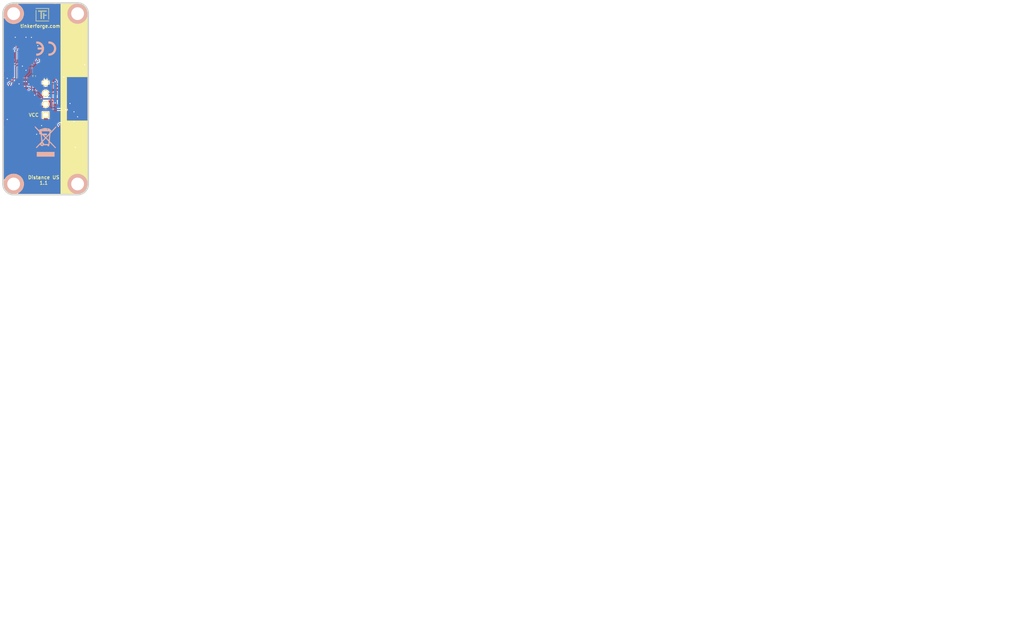
<source format=kicad_pcb>
(kicad_pcb (version 20221018) (generator pcbnew)
  (title_block (title "Distance US Bricklet") (date "Di 01 Sep 2015") (rev "1.1") (company "Tinkerforge GmbH") (comment 1 "Licensed under CERN OHL v.1.1") (comment 2 "Copyright (©) 2015, B.Nordmeyer <bastian@tinkerforge.com>"))
  (layers (0 "F.Cu" mixed "Vorderseite") (31 "B.Cu" signal "Rückseite") (34 "B.Paste" user) (35 "F.Paste" user) (36 "B.SilkS" user "B.Silkscreen") (37 "F.SilkS" user "F.Silkscreen") (38 "B.Mask" user) (39 "F.Mask" user) (44 "Edge.Cuts" user))
  (net 0 "")
  (net 1 "+5V")
  (net 2 "GND")
  (net 3 "Trigger")
  (net 4 "VAA")
  (net 5 "VCC")
  (net 6 "Net-(C5-Pad2)")
  (net 7 "Net-(C6-Pad1)")
  (net 8 "Net-(D1-Pad1)")
  (net 9 "Net-(D1-Pad2)")
  (net 10 "Net-(P1-Pad4)")
  (net 11 "Net-(P1-Pad5)")
  (net 12 "Net-(P1-Pad6)")
  (net 13 "Net-(P1-Pad8)")
  (net 14 "Net-(P1-Pad9)")
  (net 15 "Net-(P2-Pad3)")
  (net 16 "Net-(R2-Pad1)")
  (net 17 "Net-(R4-Pad2)")
  (net 18 "Net-(P1-Pad10)")
  (net 19 "Net-(RP1-Pad2)")
  (net 20 "Net-(RP1-Pad7)")
  (net 21 "Net-(U1-Pad7)")
  (footprint "kicad-libraries:SOD-123" (layer "F.Cu") (at 61.425 46.975 -90)
    (fp_text reference "D1")
    (fp_text value "BAS16H")
    (pad "1" smd rect (at -1.84912 0 270) (size 1.19888 0.70104) (layers "F.Cu" "F.Paste" "F.Mask") (net 8 "Net-(D1-Pad1)") (clearance 0.14986))
    (pad "2" smd rect (at 1.84912 0 270) (size 1.19888 0.70104) (layers "F.Cu" "F.Paste" "F.Mask") (net 9 "Net-(D1-Pad2)") (clearance 0.14986))
  )
  (footprint "kicad-libraries:0603" (layer "F.Cu") (at 50.3 37 90)
    (fp_text reference "L1" (at 0.05 0.225 90) (layer "F.SilkS") (effects (font (size 0.2 0.2) (thickness 0.05))))
    (fp_text value "FB" (at 0.05 -0.375 90) (layer "F.SilkS") (effects (font (size 0.2 0.2) (thickness 0.05))))
    (pad "1" smd rect (at -0.8001 0 90) (size 0.8001 0.8001) (layers "F.Cu" "F.Paste" "F.Mask") (net 1 "+5V"))
    (pad "2" smd rect (at 0.8001 0 90) (size 0.8001 0.8001) (layers "F.Cu" "F.Paste" "F.Mask") (net 4 "VAA"))
  )
  (footprint "kicad-libraries:CON-SENSOR" (layer "F.Cu") (at 43 42.3 -90)
    (fp_text reference "P1")
    (fp_text value "CON-SENSOR")
    (pad "1" smd rect (at -4.50088 -4.7752 270) (size 0.59944 1.5494) (layers "F.Cu" "F.Paste" "F.Mask") (net 1 "+5V"))
    (pad "2" smd rect (at -3.50012 -4.7752 270) (size 0.59944 1.5494) (layers "F.Cu" "F.Paste" "F.Mask") (net 2 "GND"))
    (pad "3" smd rect (at -2.49936 -4.7752 270) (size 0.59944 1.5494) (layers "F.Cu" "F.Paste" "F.Mask") (net 5 "VCC"))
    (pad "4" smd rect (at -1.50114 -4.7752 270) (size 0.59944 1.5494) (layers "F.Cu" "F.Paste" "F.Mask") (net 10 "Net-(P1-Pad4)"))
    (pad "5" smd rect (at -0.50038 -4.7752 270) (size 0.59944 1.5494) (layers "F.Cu" "F.Paste" "F.Mask") (net 11 "Net-(P1-Pad5)"))
    (pad "6" smd rect (at 0.50038 -4.7752 270) (size 0.59944 1.5494) (layers "F.Cu" "F.Paste" "F.Mask") (net 12 "Net-(P1-Pad6)"))
    (pad "7" smd rect (at 1.50114 -4.7752 270) (size 0.59944 1.5494) (layers "F.Cu" "F.Paste" "F.Mask") (net 6 "Net-(C5-Pad2)"))
    (pad "8" smd rect (at 2.49936 -4.7752 270) (size 0.59944 1.5494) (layers "F.Cu" "F.Paste" "F.Mask") (net 13 "Net-(P1-Pad8)"))
    (pad "9" smd rect (at 3.50012 -4.7752 270) (size 0.59944 1.5494) (layers "F.Cu" "F.Paste" "F.Mask") (net 14 "Net-(P1-Pad9)"))
    (pad "10" smd rect (at 4.50088 -4.7752 270) (size 0.59944 1.5494) (layers "F.Cu" "F.Paste" "F.Mask") (net 18 "Net-(P1-Pad10)"))
    (pad "EP" smd rect (at -5.79882 -0.89916 270) (size 1.19888 1.80086) (layers "F.Cu" "F.Paste" "F.Mask") (net 2 "GND"))
    (pad "EP" smd rect (at 5.79882 -0.89916 270) (size 1.19888 1.80086) (layers "F.Cu" "F.Paste" "F.Mask") (net 2 "GND"))
  )
  (footprint "kicad-libraries:pin_array_4x1" (layer "F.Cu") (at 52.9 42.3 90)
    (fp_text reference "P2")
    (fp_text value "CONN_4" hide)
    (pad "1" thru_hole rect (at -3.81 0 90) (size 1.524 1.524) (drill 1.016) (layers "*.Cu" "*.Mask" "F.SilkS") (net 4 "VAA"))
    (pad "2" thru_hole circle (at -1.27 0 90) (size 1.524 1.524) (drill 1.016) (layers "*.Cu" "*.Mask" "F.SilkS") (net 3 "Trigger"))
    (pad "3" thru_hole circle (at 1.27 0 90) (size 1.524 1.524) (drill 1.016) (layers "*.Cu" "*.Mask" "F.SilkS") (net 15 "Net-(P2-Pad3)"))
    (pad "4" thru_hole circle (at 3.81 0 90) (size 1.524 1.524) (drill 1.016) (layers "*.Cu" "*.Mask" "F.SilkS") (net 2 "GND"))
  )
  (footprint "kicad-libraries:SOT23GDS" (layer "F.Cu") (at 49.1 49.6 180)
    (fp_text reference "Q1")
    (fp_text value "2N7002P")
    (pad "D" smd rect (at 0 1.016 180) (size 0.9144 0.9144) (layers "F.Cu" "F.Paste" "F.Mask") (net 3 "Trigger"))
    (pad "G" smd rect (at 0.889 -1.016 180) (size 0.9144 0.9144) (layers "F.Cu" "F.Paste" "F.Mask") (net 14 "Net-(P1-Pad9)"))
    (pad "S" smd rect (at -0.889 -1.016 180) (size 0.9144 0.9144) (layers "F.Cu" "F.Paste" "F.Mask") (net 2 "GND"))
  )
  (footprint "kicad-libraries:SOT23GDS" (layer "F.Cu") (at 58.175 52.675 180)
    (fp_text reference "Q2")
    (fp_text value "2N7002P")
    (pad "D" smd rect (at 0 1.016 180) (size 0.9144 0.9144) (layers "F.Cu" "F.Paste" "F.Mask") (net 7 "Net-(C6-Pad1)"))
    (pad "G" smd rect (at 0.889 -1.016 180) (size 0.9144 0.9144) (layers "F.Cu" "F.Paste" "F.Mask") (net 13 "Net-(P1-Pad8)"))
    (pad "S" smd rect (at -0.889 -1.016 180) (size 0.9144 0.9144) (layers "F.Cu" "F.Paste" "F.Mask") (net 2 "GND"))
  )
  (footprint "kicad-libraries:0603X4" (layer "F.Cu") (at 53.475 51.9 180)
    (fp_text reference "RP1")
    (fp_text value "10k")
    (pad "1" smd rect (at 1.19888 -0.8509 180) (size 0.44958 0.89916) (layers "F.Cu" "F.Paste" "F.Mask") (net 3 "Trigger"))
    (pad "2" smd rect (at 0.39878 -0.8509 180) (size 0.44958 0.89916) (layers "F.Cu" "F.Paste" "F.Mask") (net 19 "Net-(RP1-Pad2)"))
    (pad "3" smd rect (at -0.39878 -0.8509 180) (size 0.44958 0.89916) (layers "F.Cu" "F.Paste" "F.Mask") (net 14 "Net-(P1-Pad9)"))
    (pad "4" smd rect (at -1.19888 -0.8509 180) (size 0.44958 0.89916) (layers "F.Cu" "F.Paste" "F.Mask") (net 13 "Net-(P1-Pad8)"))
    (pad "5" smd rect (at -1.19888 0.8509 180) (size 0.44958 0.89916) (layers "F.Cu" "F.Paste" "F.Mask") (net 5 "VCC"))
    (pad "6" smd rect (at -0.39878 0.8509 180) (size 0.44958 0.89916) (layers "F.Cu" "F.Paste" "F.Mask") (net 5 "VCC"))
    (pad "7" smd rect (at 0.39878 0.8509 180) (size 0.44958 0.89916) (layers "F.Cu" "F.Paste" "F.Mask") (net 20 "Net-(RP1-Pad7)"))
    (pad "8" smd rect (at 1.19888 0.8509 180) (size 0.44958 0.89916) (layers "F.Cu" "F.Paste" "F.Mask") (net 4 "VAA"))
  )
  (footprint "kicad-libraries:SOIC8" (layer "F.Cu") (at 47.675 29.425 180)
    (fp_text reference "U1")
    (fp_text value "M24C64")
    (pad "1" smd rect (at -1.90246 2.69748) (size 0.59944 1.5494) (layers "F.Cu" "F.Paste" "F.Mask") (net 2 "GND"))
    (pad "2" smd rect (at -0.63246 2.69748) (size 0.59944 1.5494) (layers "F.Cu" "F.Paste" "F.Mask") (net 2 "GND"))
    (pad "3" smd rect (at 0.63246 2.69748) (size 0.59944 1.5494) (layers "F.Cu" "F.Paste" "F.Mask") (net 12 "Net-(P1-Pad6)"))
    (pad "4" smd rect (at 1.90246 2.69748) (size 0.59944 1.5494) (layers "F.Cu" "F.Paste" "F.Mask") (net 2 "GND"))
    (pad "5" smd rect (at 1.90246 -2.69748 180) (size 0.59944 1.5494) (layers "F.Cu" "F.Paste" "F.Mask") (net 11 "Net-(P1-Pad5)"))
    (pad "6" smd rect (at 0.63246 -2.69748 180) (size 0.59944 1.5494) (layers "F.Cu" "F.Paste" "F.Mask") (net 10 "Net-(P1-Pad4)"))
    (pad "7" smd rect (at -0.63246 -2.69748 180) (size 0.59944 1.5494) (layers "F.Cu" "F.Paste" "F.Mask") (net 21 "Net-(U1-Pad7)"))
    (pad "8" smd rect (at -1.90246 -2.69748 180) (size 0.59944 1.5494) (layers "F.Cu" "F.Paste" "F.Mask") (net 5 "VCC"))
  )
  (footprint "kicad-libraries:SOIC8" (layer "F.Cu") (at 59.05 38.825 180)
    (fp_text reference "U2")
    (fp_text value "LMV358LI")
    (pad "1" smd rect (at -1.90246 2.69748) (size 0.59944 1.5494) (layers "F.Cu" "F.Paste" "F.Mask") (net 8 "Net-(D1-Pad1)"))
    (pad "2" smd rect (at -0.63246 2.69748) (size 0.59944 1.5494) (layers "F.Cu" "F.Paste" "F.Mask") (net 16 "Net-(R2-Pad1)"))
    (pad "3" smd rect (at 0.63246 2.69748) (size 0.59944 1.5494) (layers "F.Cu" "F.Paste" "F.Mask") (net 17 "Net-(R4-Pad2)"))
    (pad "4" smd rect (at 1.90246 2.69748) (size 0.59944 1.5494) (layers "F.Cu" "F.Paste" "F.Mask") (net 2 "GND"))
    (pad "5" smd rect (at 1.90246 -2.69748 180) (size 0.59944 1.5494) (layers "F.Cu" "F.Paste" "F.Mask") (net 7 "Net-(C6-Pad1)"))
    (pad "6" smd rect (at 0.63246 -2.69748 180) (size 0.59944 1.5494) (layers "F.Cu" "F.Paste" "F.Mask") (net 6 "Net-(C5-Pad2)"))
    (pad "7" smd rect (at -0.63246 -2.69748 180) (size 0.59944 1.5494) (layers "F.Cu" "F.Paste" "F.Mask") (net 6 "Net-(C5-Pad2)"))
    (pad "8" smd rect (at -1.90246 -2.69748 180) (size 0.59944 1.5494) (layers "F.Cu" "F.Paste" "F.Mask") (net 5 "VCC"))
  )
  (footprint "kicad-libraries:DRILL_NP" (layer "F.Cu") (at 60.4 22.3)
    (fp_text reference "U3" hide)
    (fp_text value "DRILL" hide)
    (pad "" np_thru_hole circle (at 0 0) (size 2.99974 2.99974) (drill 2.99974) (layers "*.Cu" "*.Mask" "F.SilkS") (clearance 0.89916))
  )
  (footprint "kicad-libraries:DRILL_NP" (layer "F.Cu") (at 45.4 62.3)
    (fp_text reference "U4" hide)
    (fp_text value "DRILL" hide)
    (pad "" np_thru_hole circle (at 0 0) (size 2.99974 2.99974) (drill 2.99974) (layers "*.Cu" "*.Mask" "F.SilkS") (clearance 0.89916))
  )
  (footprint "kicad-libraries:DRILL_NP" (layer "F.Cu") (at 60.4 62.3)
    (fp_text reference "U5" hide)
    (fp_text value "DRILL" hide)
    (pad "" np_thru_hole circle (at 0 0) (size 2.99974 2.99974) (drill 2.99974) (layers "*.Cu" "*.Mask" "F.SilkS") (clearance 0.89916))
  )
  (footprint "kicad-libraries:DRILL_NP" (layer "F.Cu") (at 45.4 22.3)
    (fp_text reference "U6" hide)
    (fp_text value "DRILL" hide)
    (pad "" np_thru_hole circle (at 0 0) (size 2.99974 2.99974) (drill 2.99974) (layers "*.Cu" "*.Mask" "F.SilkS") (clearance 0.89916))
  )
  (footprint "kicad-libraries:Logo_31x31" (layer "F.Cu") (at 50.55 20.975)
    (fp_text reference "G***" hide)
    (fp_text value "Logo_31x31" hide)
  )
  (footprint "kicad-libraries:Fiducial_Mark" (layer "F.Cu") (at 55.1 21.3)
    (fp_text reference "Fiducial_Mark" hide)
    (fp_text value "VAL**" hide)
    (pad "1" smd circle (at 0 0) (size 1.00076 1.00076) (layers "F.Cu" "F.Paste" "F.Mask") (clearance 0.65024))
  )
  (footprint "kicad-libraries:Fiducial_Mark" (layer "F.Cu") (at 45.4 57.3)
    (fp_text reference "Fiducial_Mark" hide)
    (fp_text value "VAL**" hide)
    (pad "1" smd circle (at 0 0) (size 1.00076 1.00076) (layers "F.Cu" "F.Paste" "F.Mask") (clearance 0.65024))
  )
  (footprint "kicad-libraries:C0603" (layer "F.Cu") (at 50.3 39.9 90)
    (fp_text reference "C1")
    (fp_text value "100nF")
    (pad "1" smd rect (at -0.8001 0 90) (size 0.8001 0.8001) (layers "F.Cu" "F.Paste" "F.Mask") (net 2 "GND"))
    (pad "2" smd rect (at 0.8001 0 90) (size 0.8001 0.8001) (layers "F.Cu" "F.Paste" "F.Mask") (net 1 "+5V"))
  )
  (footprint "kicad-libraries:C0805" (layer "F.Cu") (at 49.3 34.625 180)
    (fp_text reference "C2")
    (fp_text value "2.2uF 10V")
    (pad "1" smd rect (at -1.00076 0 180) (size 1.00076 1.24968) (layers "F.Cu" "F.Paste" "F.Mask") (net 4 "VAA") (clearance 0.14986))
    (pad "2" smd rect (at 1.00076 0 180) (size 1.00076 1.24968) (layers "F.Cu" "F.Paste" "F.Mask") (net 2 "GND") (clearance 0.14986))
  )
  (footprint "kicad-libraries:C0603" (layer "F.Cu") (at 51.05 31.35 90)
    (fp_text reference "C3")
    (fp_text value "100nF")
    (pad "1" smd rect (at -0.8001 0 90) (size 0.8001 0.8001) (layers "F.Cu" "F.Paste" "F.Mask") (net 5 "VCC"))
    (pad "2" smd rect (at 0.8001 0 90) (size 0.8001 0.8001) (layers "F.Cu" "F.Paste" "F.Mask") (net 2 "GND"))
  )
  (footprint "kicad-libraries:C0603" (layer "F.Cu") (at 53.5 48.575)
    (fp_text reference "C7")
    (fp_text value "100nF")
    (pad "1" smd rect (at -0.8001 0) (size 0.8001 0.8001) (layers "F.Cu" "F.Paste" "F.Mask") (net 2 "GND"))
    (pad "2" smd rect (at 0.8001 0) (size 0.8001 0.8001) (layers "F.Cu" "F.Paste" "F.Mask") (net 4 "VAA"))
  )
  (footprint "kicad-libraries:R0603" (layer "F.Cu") (at 58.775 48.825)
    (fp_text reference "R1")
    (fp_text value "160k")
    (pad "1" smd rect (at -0.8001 0) (size 0.8001 0.8001) (layers "F.Cu" "F.Paste" "F.Mask") (net 7 "Net-(C6-Pad1)"))
    (pad "2" smd rect (at 0.8001 0) (size 0.8001 0.8001) (layers "F.Cu" "F.Paste" "F.Mask") (net 9 "Net-(D1-Pad2)"))
  )
  (footprint "kicad-libraries:R0603" (layer "F.Cu") (at 57.55 34.3 180)
    (fp_text reference "R2")
    (fp_text value "10k")
    (pad "1" smd rect (at -0.8001 0 180) (size 0.8001 0.8001) (layers "F.Cu" "F.Paste" "F.Mask") (net 16 "Net-(R2-Pad1)"))
    (pad "2" smd rect (at 0.8001 0 180) (size 0.8001 0.8001) (layers "F.Cu" "F.Paste" "F.Mask") (net 4 "VAA"))
  )
  (footprint "kicad-libraries:R0603" (layer "F.Cu") (at 60.525 34.3 180)
    (fp_text reference "R3")
    (fp_text value "10k")
    (pad "1" smd rect (at -0.8001 0 180) (size 0.8001 0.8001) (layers "F.Cu" "F.Paste" "F.Mask") (net 2 "GND"))
    (pad "2" smd rect (at 0.8001 0 180) (size 0.8001 0.8001) (layers "F.Cu" "F.Paste" "F.Mask") (net 16 "Net-(R2-Pad1)"))
  )
  (footprint "kicad-libraries:R0603" (layer "F.Cu") (at 55.225 40.225 90)
    (fp_text reference "R4")
    (fp_text value "10k")
    (pad "1" smd rect (at -0.8001 0 90) (size 0.8001 0.8001) (layers "F.Cu" "F.Paste" "F.Mask") (net 15 "Net-(P2-Pad3)"))
    (pad "2" smd rect (at 0.8001 0 90) (size 0.8001 0.8001) (layers "F.Cu" "F.Paste" "F.Mask") (net 17 "Net-(R4-Pad2)"))
  )
  (footprint "kicad-libraries:C0603" (layer "F.Cu") (at 50.3 43 -90)
    (fp_text reference "C5")
    (fp_text value "100nF")
    (pad "1" smd rect (at -0.8001 0 270) (size 0.8001 0.8001) (layers "F.Cu" "F.Paste" "F.Mask") (net 2 "GND"))
    (pad "2" smd rect (at 0.8001 0 270) (size 0.8001 0.8001) (layers "F.Cu" "F.Paste" "F.Mask") (net 6 "Net-(C5-Pad2)"))
  )
  (footprint "kicad-libraries:C0603" (layer "F.Cu") (at 60.125 43.4)
    (fp_text reference "C4")
    (fp_text value "100nF")
    (pad "1" smd rect (at -0.8001 0) (size 0.8001 0.8001) (layers "F.Cu" "F.Paste" "F.Mask") (net 2 "GND"))
    (pad "2" smd rect (at 0.8001 0) (size 0.8001 0.8001) (layers "F.Cu" "F.Paste" "F.Mask") (net 5 "VCC"))
  )
  (footprint "kicad-libraries:C1206" (layer "F.Cu") (at 58.05 46.5)
    (fp_text reference "C6")
    (fp_text value "0,1µF NP0")
    (pad "1" smd rect (at -1.50114 0) (size 1.00076 1.6002) (layers "F.Cu" "F.Paste" "F.Mask") (net 7 "Net-(C6-Pad1)"))
    (pad "2" smd rect (at 1.50114 0) (size 1.00076 1.6002) (layers "F.Cu" "F.Paste" "F.Mask") (net 2 "GND"))
  )
  (footprint "kicad-libraries:distanceUS_overlay" (layer "F.Cu") (at 52.9 42.3 90)
    (fp_text reference "P2")
    (fp_text value "CONN_4" hide)
  )
  (footprint "kicad-libraries:WEEE_7mm" (layer "B.Cu") (at 52.9 52.3 180)
    (fp_text reference "VAL" hide)
    (fp_text value "WEEE_7mm_back" hide)
  )
  (footprint "kicad-libraries:CE_5mm" (layer "B.Cu") (at 53 30.5 180)
    (fp_text reference "VAL" hide)
    (fp_text value "CE_5mm" hide)
  )
  (gr_arc (start 60.4 19.8) (mid 62.167767 20.532233) (end 62.9 22.3) (stroke (width 0.381)) (layer "Edge.Cuts"))
  (gr_arc (start 45.4 64.8) (mid 43.632233 64.067767) (end 42.9 62.3) (stroke (width 0.381)) (layer "Edge.Cuts"))
  (gr_line (start 62.9 22.3) (end 62.9 62.3) (stroke (width 0.381)) (layer "Edge.Cuts"))
  (gr_line (start 60.4 19.8) (end 45.4 19.8) (stroke (width 0.381)) (layer "Edge.Cuts"))
  (gr_arc (start 62.9 62.3) (mid 62.167767 64.067767) (end 60.4 64.8) (stroke (width 0.381)) (layer "Edge.Cuts"))
  (gr_arc (start 42.9 22.3) (mid 43.632233 20.532233) (end 45.4 19.8) (stroke (width 0.381)) (layer "Edge.Cuts"))
  (gr_line (start 60.4 64.8) (end 45.4 64.8) (stroke (width 0.381)) (layer "Edge.Cuts"))
  (gr_line (start 42.9 62.3) (end 42.9 22.3) (stroke (width 0.381)) (layer "Edge.Cuts"))
  (gr_text "tinkerforge.com" (at 51.65 25.225) (layer "F.SilkS") (effects (font (size 0.8 0.8))))
  (gr_text "VCC" (at 50.1 46.1) (layer "F.SilkS") (effects (font (size 0.8 0.8))))
  (gr_text "Distance US\n1.1" (at 52.45 61.4) (layer "F.SilkS") (effects (font (size 0.8 0.8))))
  (segment (start 50.29902 37.79912) (end 50.3 37.8001) (width 0.8001) (layer "F.Cu") (net 1))
  (segment (start 47.7752 37.79912) (end 50.29902 37.79912) (width 0.59944) (layer "F.Cu") (net 1))
  (segment (start 50.3 39.0999) (end 50.3 37.8001) (width 0.8001) (layer "F.Cu") (net 1))
  (segment (start 50.791 50.616) (end 50.8 50.625) (width 0.8001) (layer "F.Cu") (net 2))
  (segment (start 59.55114 45.35114) (end 59.55 45.35) (width 0.8001) (layer "F.Cu") (net 2))
  (segment (start 60.375 46.5) (end 60.4 46.525) (width 0.8001) (layer "F.Cu") (net 2))
  (segment (start 59.55114 47.64886) (end 59.55 47.65) (width 0.8001) (layer "F.Cu") (net 2))
  (segment (start 59.866 53.691) (end 59.875 53.7) (width 0.8001) (layer "F.Cu") (net 2))
  (segment (start 46.67512 38.79988) (end 46.675 38.8) (width 0.8001) (layer "F.Cu") (net 2))
  (segment (start 48.94988 38.79988) (end 48.95 38.8) (width 0.8001) (layer "F.Cu") (net 2))
  (segment (start 49.57746 27.87254) (end 49.575 27.875) (width 0.29972) (layer "F.Cu") (net 2))
  (segment (start 48.30746 27.84254) (end 48.3 27.85) (width 0.29972) (layer "F.Cu") (net 2))
  (segment (start 45.77254 27.84754) (end 45.775 27.85) (width 0.29972) (layer "F.Cu") (net 2))
  (segment (start 57.14754 37.19754) (end 57.15 37.2) (width 0.59944) (layer "F.Cu") (net 2))
  (segment (start 43.9 47.15) (end 43.89916 47.15084) (width 0.29972) (layer "F.Cu") (net 2))
  (segment (start 43.89916 47.15084) (end 43.89916 48.09882) (width 0.29972) (layer "F.Cu") (net 2))
  (segment (start 43.9 37.475) (end 43.89916 37.47416) (width 0.29972) (layer "F.Cu") (net 2))
  (segment (start 43.89916 37.47416) (end 43.89916 36.50118) (width 0.29972) (layer "F.Cu") (net 2))
  (segment (start 48.29924 35.59924) (end 48.3 35.6) (width 0.8001) (layer "F.Cu") (net 2))
  (segment (start 59.866 53.691) (end 59.064 53.691) (width 0.8001) (layer "F.Cu") (net 2))
  (segment (start 59.55114 46.5) (end 59.55114 45.35114) (width 0.8001) (layer "F.Cu") (net 2))
  (segment (start 49.57746 27.87254) (end 49.57746 26.72752) (width 0.29972) (layer "F.Cu") (net 2))
  (segment (start 50.3 41.45) (end 50.3 40.7001) (width 0.8001) (layer "F.Cu") (net 2))
  (segment (start 51.95 48.575) (end 52.6999 48.575) (width 0.8001) (layer "F.Cu") (net 2))
  (segment (start 62.05 34.3) (end 61.3251 34.3) (width 0.59944) (layer "F.Cu") (net 2))
  (segment (start 50.791 50.616) (end 49.989 50.616) (width 0.8001) (layer "F.Cu") (net 2))
  (segment (start 51.05 29.8) (end 51.05 30.5499) (width 0.29972) (layer "F.Cu") (net 2))
  (segment (start 57.14754 36.12752) (end 57.14754 37.19754) (width 0.59944) (layer "F.Cu") (net 2))
  (segment (start 58.625 43.4) (end 59.3249 43.4) (width 0.59944) (layer "F.Cu") (net 2))
  (segment (start 47.7752 38.79988) (end 46.67512 38.79988) (width 0.8001) (layer "F.Cu") (net 2))
  (segment (start 48.30746 27.84254) (end 48.30746 26.72752) (width 0.29972) (layer "F.Cu") (net 2))
  (segment (start 47.7752 38.79988) (end 48.94988 38.79988) (width 0.8001) (layer "F.Cu") (net 2))
  (segment (start 48.29924 34.625) (end 47.45 34.625) (width 0.8001) (layer "F.Cu") (net 2))
  (segment (start 48.29924 35.59924) (end 48.29924 34.625) (width 0.8001) (layer "F.Cu") (net 2))
  (segment (start 59.55114 46.5) (end 59.55114 47.64886) (width 0.8001) (layer "F.Cu") (net 2))
  (segment (start 59.55114 46.5) (end 60.375 46.5) (width 0.8001) (layer "F.Cu") (net 2))
  (segment (start 45.77254 27.84754) (end 45.77254 26.72752) (width 0.29972) (layer "F.Cu") (net 2))
  (segment (start 50.3 42.1999) (end 50.3 41.45) (width 0.8001) (layer "F.Cu") (net 2))
  (via (at 59.875 53.7) (size 0.70104) (drill 0.24892) (layers "F.Cu" "B.Cu") (net 2))
  (via (at 59.55 45.35) (size 0.70104) (drill 0.24892) (layers "F.Cu" "B.Cu") (net 2))
  (via (at 45.775 27.85) (size 0.70104) (drill 0.24892) (layers "F.Cu" "B.Cu") (net 2))
  (via (at 50.8 50.625) (size 0.70104) (drill 0.24892) (layers "F.Cu" "B.Cu") (net 2))
  (via (at 48.95 38.8) (size 0.70104) (drill 0.24892) (layers "F.Cu" "B.Cu") (net 2))
  (via (at 49.575 27.875) (size 0.70104) (drill 0.24892) (layers "F.Cu" "B.Cu") (net 2))
  (via (at 43.9 47.15) (size 0.70104) (drill 0.24892) (layers "F.Cu" "B.Cu") (net 2))
  (via (at 58.625 43.4) (size 0.70104) (drill 0.24892) (layers "F.Cu" "B.Cu") (net 2))
  (via (at 46.675 38.8) (size 0.70104) (drill 0.24892) (layers "F.Cu" "B.Cu") (net 2))
  (via (at 57.15 37.2) (size 0.70104) (drill 0.24892) (layers "F.Cu" "B.Cu") (net 2))
  (via (at 50.3 41.45) (size 0.70104) (drill 0.24892) (layers "F.Cu" "B.Cu") (net 2))
  (via (at 59.55 47.65) (size 0.70104) (drill 0.24892) (layers "F.Cu" "B.Cu") (net 2))
  (via (at 51.95 48.575) (size 0.70104) (drill 0.24892) (layers "F.Cu" "B.Cu") (net 2))
  (via (at 60.4 46.525) (size 0.70104) (drill 0.24892) (layers "F.Cu" "B.Cu") (net 2))
  (via (at 48.3 27.85) (size 0.70104) (drill 0.24892) (layers "F.Cu" "B.Cu") (net 2))
  (via (at 47.45 34.625) (size 0.70104) (drill 0.24892) (layers "F.Cu" "B.Cu") (net 2))
  (via (at 51.05 29.8) (size 0.70104) (drill 0.24892) (layers "F.Cu" "B.Cu") (net 2))
  (via (at 48.3 35.6) (size 0.70104) (drill 0.24892) (layers "F.Cu" "B.Cu") (net 2))
  (via (at 43.9 37.475) (size 0.70104) (drill 0.24892) (layers "F.Cu" "B.Cu") (net 2))
  (via (at 62.05 34.3) (size 0.70104) (drill 0.24892) (layers "F.Cu" "B.Cu") (net 2))
  (segment (start 59.55 53.375) (end 59.875 53.7) (width 0.29972) (layer "B.Cu") (net 2))
  (segment (start 53.875 53.7) (end 50.8 50.625) (width 0.29972) (layer "B.Cu") (net 2))
  (segment (start 50.8 49.725) (end 51.95 48.575) (width 0.29972) (layer "B.Cu") (net 2))
  (segment (start 45.325 48.575) (end 43.9 47.15) (width 0.29972) (layer "B.Cu") (net 2))
  (segment (start 43.9 39.7) (end 43.725 39.525) (width 0.29972) (layer "B.Cu") (net 2))
  (segment (start 43.725 39.525) (end 43.725 37.65) (width 0.29972) (layer "B.Cu") (net 2))
  (segment (start 43.725 37.65) (end 43.9 37.475) (width 0.29972) (layer "B.Cu") (net 2))
  (segment (start 45.975 38.8) (end 45.05 39.725) (width 0.29972) (layer "B.Cu") (net 2))
  (segment (start 45.05 39.725) (end 43.9 39.725) (width 0.29972) (layer "B.Cu") (net 2))
  (segment (start 43.9 39.725) (end 43.9 39.7) (width 0.29972) (layer "B.Cu") (net 2))
  (segment (start 43.9 35.825) (end 44.775 34.95) (width 0.29972) (layer "B.Cu") (net 2))
  (segment (start 44.775 34.95) (end 44.775 28.85) (width 0.29972) (layer "B.Cu") (net 2))
  (segment (start 44.775 28.85) (end 45.775 27.85) (width 0.29972) (layer "B.Cu") (net 2))
  (segment (start 49.55 27.85) (end 49.575 27.875) (width 0.29972) (layer "B.Cu") (net 2))
  (segment (start 49.575 28.325) (end 51.05 29.8) (width 0.29972) (layer "B.Cu") (net 2))
  (segment (start 53 29.8) (end 57.5 34.3) (width 0.29972) (layer "B.Cu") (net 2))
  (segment (start 57.5 34.3) (end 57.525 34.3) (width 0.29972) (layer "B.Cu") (net 2))
  (segment (start 57.15 34.675) (end 57.525 34.3) (width 0.29972) (layer "B.Cu") (net 2))
  (segment (start 57.525 34.3) (end 62.05 34.3) (width 0.29972) (layer "B.Cu") (net 2))
  (segment (start 57.15 41.925) (end 58.625 43.4) (width 0.29972) (layer "B.Cu") (net 2))
  (segment (start 59.55 44.325) (end 58.625 43.4) (width 0.29972) (layer "B.Cu") (net 2))
  (segment (start 52.9 36.825) (end 53.775 35.95) (width 0.29972) (layer "B.Cu") (net 2))
  (segment (start 53.775 35.95) (end 55.9 35.95) (width 0.29972) (layer "B.Cu") (net 2))
  (segment (start 55.9 35.95) (end 57.15 37.2) (width 0.29972) (layer "B.Cu") (net 2))
  (segment (start 48.325 41.45) (end 46.675 39.8) (width 0.29972) (layer "B.Cu") (net 2))
  (segment (start 46.675 39.8) (end 46.675 38.8) (width 0.29972) (layer "B.Cu") (net 2))
  (segment (start 46.675 37.225) (end 48.3 35.6) (width 0.29972) (layer "B.Cu") (net 2))
  (segment (start 59.875 53.7) (end 53.875 53.7) (width 0.29972) (layer "B.Cu") (net 2))
  (segment (start 59.55 47.65) (end 59.55 53.375) (width 0.29972) (layer "B.Cu") (net 2))
  (segment (start 51.95 48.575) (end 45.325 48.575) (width 0.29972) (layer "B.Cu") (net 2))
  (segment (start 45.775 27.85) (end 48.3 27.85) (width 0.29972) (layer "B.Cu") (net 2))
  (segment (start 43.9 37.475) (end 43.9 35.825) (width 0.29972) (layer "B.Cu") (net 2))
  (segment (start 50.3 41.45) (end 48.325 41.45) (width 0.29972) (layer "B.Cu") (net 2))
  (segment (start 46.675 38.8) (end 46.675 37.225) (width 0.29972) (layer "B.Cu") (net 2))
  (segment (start 57.15 37.2) (end 57.15 41.925) (width 0.29972) (layer "B.Cu") (net 2))
  (segment (start 52.9 38.49) (end 52.9 36.825) (width 0.29972) (layer "B.Cu") (net 2))
  (segment (start 57.15 37.2) (end 57.15 34.675) (width 0.29972) (layer "B.Cu") (net 2))
  (segment (start 59.55 45.35) (end 59.55 44.325) (width 0.29972) (layer "B.Cu") (net 2))
  (segment (start 49.575 27.875) (end 49.575 28.325) (width 0.29972) (layer "B.Cu") (net 2))
  (segment (start 46.675 38.8) (end 45.975 38.8) (width 0.29972) (layer "B.Cu") (net 2))
  (segment (start 51.05 29.8) (end 53 29.8) (width 0.29972) (layer "B.Cu") (net 2))
  (segment (start 50.8 50.625) (end 50.8 49.725) (width 0.29972) (layer "B.Cu") (net 2))
  (segment (start 43.9 47.15) (end 43.9 39.725) (width 0.29972) (layer "B.Cu") (net 2))
  (segment (start 48.3 27.85) (end 49.55 27.85) (width 0.29972) (layer "B.Cu") (net 2))
  (segment (start 52.655 43.57) (end 49.1 47.125) (width 0.29972) (layer "F.Cu") (net 3))
  (segment (start 49.1 47.125) (end 49.1 48.584) (width 0.29972) (layer "F.Cu") (net 3))
  (segment (start 49.075 48.609) (end 49.1 48.584) (width 0.29972) (layer "F.Cu") (net 3))
  (segment (start 50.2259 52.7509) (end 49.1 51.625) (width 0.29972) (layer "F.Cu") (net 3))
  (segment (start 49.1 51.625) (end 49.1 48.584) (width 0.29972) (layer "F.Cu") (net 3))
  (segment (start 52.9 43.57) (end 52.655 43.57) (width 0.29972) (layer "F.Cu") (net 3))
  (segment (start 52.27612 52.7509) (end 50.2259 52.7509) (width 0.29972) (layer "F.Cu") (net 3))
  (segment (start 52.6999 46.3101) (end 52.9 46.11) (width 0.8001) (layer "F.Cu") (net 4))
  (segment (start 54.875 48.575) (end 55.15 48.3) (width 0.8001) (layer "F.Cu") (net 4))
  (segment (start 55.15 48.3) (end 55.15 43.25) (width 0.8001) (layer "F.Cu") (net 4))
  (segment (start 55.15 38.275) (end 51.5 34.625) (width 0.8001) (layer "F.Cu") (net 4))
  (segment (start 50.2999 36.2) (end 50.3 36.1999) (width 0.8001) (layer "F.Cu") (net 4))
  (segment (start 54.3001 48.4251) (end 52.9 47.025) (width 0.8001) (layer "F.Cu") (net 4))
  (segment (start 52.9 47.025) (end 52.9 46.11) (width 0.8001) (layer "F.Cu") (net 4))
  (segment (start 51.575 34.3) (end 51.375 34.5) (width 0.59944) (layer "F.Cu") (net 4))
  (segment (start 52.27612 50.22388) (end 52.7 49.8) (width 0.29972) (layer "F.Cu") (net 4))
  (segment (start 52.7 49.8) (end 53.85 49.8) (width 0.29972) (layer "F.Cu") (net 4))
  (segment (start 53.85 49.8) (end 54.3001 49.3499) (width 0.29972) (layer "F.Cu") (net 4))
  (segment (start 54.3001 49.3499) (end 54.3001 48.575) (width 0.29972) (layer "F.Cu") (net 4))
  (segment (start 50.3 34.62576) (end 50.30076 34.625) (width 0.8001) (layer "F.Cu") (net 4))
  (segment (start 51.5 34.625) (end 51.375 34.5) (width 0.8001) (layer "F.Cu") (net 4))
  (segment (start 52.27612 51.0491) (end 52.27612 50.22388) (width 0.29972) (layer "F.Cu") (net 4))
  (segment (start 56.7499 34.3) (end 51.575 34.3) (width 0.59944) (layer "F.Cu") (net 4))
  (segment (start 54.3001 48.575) (end 54.875 48.575) (width 0.8001) (layer "F.Cu") (net 4))
  (segment (start 51.5 34.625) (end 50.30076 34.625) (width 0.8001) (layer "F.Cu") (net 4))
  (segment (start 54.3001 48.575) (end 54.3001 48.4251) (width 0.8001) (layer "F.Cu") (net 4))
  (segment (start 52.9 46.11) (end 52.9 46.65) (width 0.8001) (layer "F.Cu") (net 4))
  (segment (start 50.3 36.1999) (end 50.3 34.62576) (width 0.8001) (layer "F.Cu") (net 4))
  (via (at 55.15 38.275) (size 0.70104) (drill 0.24892) (layers "F.Cu" "B.Cu") (net 4))
  (via (at 55.15 43.25) (size 0.70104) (drill 0.24892) (layers "F.Cu" "B.Cu") (net 4))
  (segment (start 55.15 43.25) (end 55.15 38.275) (width 0.8001) (layer "B.Cu") (net 4))
  (segment (start 60.9251 41.54984) (end 60.95246 41.52248) (width 0.29972) (layer "F.Cu") (net 5))
  (segment (start 48.97436 39.80064) (end 48.975 39.8) (width 0.59944) (layer "F.Cu") (net 5))
  (segment (start 60.9251 43.8999) (end 60.375 44.45) (width 0.29972) (layer "F.Cu") (net 5))
  (segment (start 60.375 44.45) (end 57.9 44.45) (width 0.29972) (layer "F.Cu") (net 5))
  (segment (start 57.9 44.45) (end 57.55 44.8) (width 0.29972) (layer "F.Cu") (net 5))
  (segment (start 51.05 33.35) (end 51.05 32.1501) (width 0.29972) (layer "F.Cu") (net 5))
  (segment (start 49.60508 32.1501) (end 49.57746 32.12248) (width 0.29972) (layer "F.Cu") (net 5))
  (segment (start 55.3259 51.0491) (end 56.2 50.175) (width 0.29972) (layer "F.Cu") (net 5))
  (segment (start 56.2 50.175) (end 56.2 48.4) (width 0.29972) (layer "F.Cu") (net 5))
  (segment (start 60.9251 43.4) (end 60.9251 43.8999) (width 0.29972) (layer "F.Cu") (net 5))
  (segment (start 48.97436 39.80064) (end 47.7752 39.80064) (width 0.59944) (layer "F.Cu") (net 5))
  (segment (start 54.67388 51.0491) (end 55.3259 51.0491) (width 0.29972) (layer "F.Cu") (net 5))
  (segment (start 60.9251 43.4) (end 60.9251 41.54984) (width 0.29972) (layer "F.Cu") (net 5))
  (segment (start 51.05 32.1501) (end 49.60508 32.1501) (width 0.29972) (layer "F.Cu") (net 5))
  (segment (start 53.87378 51.0491) (end 54.67388 51.0491) (width 0.29972) (layer "F.Cu") (net 5))
  (via (at 56.2 48.4) (size 0.70104) (drill 0.24892) (layers "F.Cu" "B.Cu") (net 5))
  (via (at 48.975 39.8) (size 0.70104) (drill 0.24892) (layers "F.Cu" "B.Cu") (net 5))
  (via (at 51.05 33.35) (size 0.70104) (drill 0.24892) (layers "F.Cu" "B.Cu") (net 5))
  (via (at 57.55 44.8) (size 0.70104) (drill 0.24892) (layers "F.Cu" "B.Cu") (net 5))
  (segment (start 49.775 39.8) (end 52.275 42.3) (width 0.29972) (layer "B.Cu") (net 5))
  (segment (start 52.275 42.3) (end 53.8 42.3) (width 0.29972) (layer "B.Cu") (net 5))
  (segment (start 53.8 42.3) (end 54.25 42.75) (width 0.29972) (layer "B.Cu") (net 5))
  (segment (start 54.25 42.75) (end 54.25 43.975) (width 0.29972) (layer "B.Cu") (net 5))
  (segment (start 54.25 43.975) (end 55.075 44.8) (width 0.29972) (layer "B.Cu") (net 5))
  (segment (start 55.075 44.8) (end 57.55 44.8) (width 0.29972) (layer "B.Cu") (net 5))
  (segment (start 48.75 39.8) (end 48.125 39.175) (width 0.29972) (layer "B.Cu") (net 5))
  (segment (start 48.125 39.175) (end 48.125 37.4) (width 0.29972) (layer "B.Cu") (net 5))
  (segment (start 48.125 37.4) (end 49.4 36.125) (width 0.29972) (layer "B.Cu") (net 5))
  (segment (start 49.4 36.125) (end 49.4 35) (width 0.29972) (layer "B.Cu") (net 5))
  (segment (start 49.4 35) (end 51.05 33.35) (width 0.29972) (layer "B.Cu") (net 5))
  (segment (start 56.2 48.4) (end 57.55 47.05) (width 0.29972) (layer "B.Cu") (net 5))
  (segment (start 57.55 47.05) (end 57.55 44.8) (width 0.29972) (layer "B.Cu") (net 5))
  (segment (start 48.975 39.8) (end 49.775 39.8) (width 0.29972) (layer "B.Cu") (net 5))
  (segment (start 48.975 39.8) (end 48.75 39.8) (width 0.29972) (layer "B.Cu") (net 5))
  (segment (start 58.41754 40.59254) (end 57.925 40.1) (width 0.29972) (layer "F.Cu") (net 6))
  (segment (start 57.925 40.1) (end 56.9 40.1) (width 0.29972) (layer "F.Cu") (net 6))
  (segment (start 56.9 40.1) (end 56.325 40.675) (width 0.29972) (layer "F.Cu") (net 6))
  (segment (start 56.325 40.675) (end 56.325 41.725) (width 0.29972) (layer "F.Cu") (net 6))
  (segment (start 56.325 41.725) (end 55.7 42.35) (width 0.29972) (layer "F.Cu") (net 6))
  (segment (start 55.7 42.35) (end 52.125 42.35) (width 0.29972) (layer "F.Cu") (net 6))
  (segment (start 52.125 42.35) (end 50.6749 43.8001) (width 0.29972) (layer "F.Cu") (net 6))
  (segment (start 50.6749 43.8001) (end 50.25 43.8001) (width 0.29972) (layer "F.Cu") (net 6))
  (segment (start 47.77624 43.8001) (end 47.7752 43.80114) (width 0.29972) (layer "F.Cu") (net 6))
  (segment (start 58.41754 41.52248) (end 59.68246 41.52248) (width 0.29972) (layer "F.Cu") (net 6))
  (segment (start 58.41754 41.52248) (end 58.41754 40.59254) (width 0.29972) (layer "F.Cu") (net 6))
  (segment (start 50.25 43.8001) (end 47.77624 43.8001) (width 0.29972) (layer "F.Cu") (net 6))
  (segment (start 57.7 48.825) (end 56.54886 47.67386) (width 0.29972) (layer "F.Cu") (net 7))
  (segment (start 56.54886 47.67386) (end 56.54886 46.5) (width 0.29972) (layer "F.Cu") (net 7))
  (segment (start 56.54886 44.50114) (end 57.14754 43.90246) (width 0.29972) (layer "F.Cu") (net 7))
  (segment (start 57.14754 43.90246) (end 57.14754 41.52248) (width 0.29972) (layer "F.Cu") (net 7))
  (segment (start 57.9749 51.4589) (end 58.175 51.659) (width 0.29972) (layer "F.Cu") (net 7))
  (segment (start 57.9749 48.825) (end 57.9749 51.4589) (width 0.29972) (layer "F.Cu") (net 7))
  (segment (start 57.9749 48.825) (end 57.7 48.825) (width 0.29972) (layer "F.Cu") (net 7))
  (segment (start 56.54886 46.5) (end 56.54886 44.50114) (width 0.29972) (layer "F.Cu") (net 7))
  (segment (start 60.95246 37.42746) (end 62.15 38.625) (width 0.29972) (layer "F.Cu") (net 8))
  (segment (start 62.15 38.625) (end 62.15 43.775) (width 0.29972) (layer "F.Cu") (net 8))
  (segment (start 61.425 44.5) (end 62.15 43.775) (width 0.29972) (layer "F.Cu") (net 8))
  (segment (start 60.95246 36.12752) (end 60.95246 37.42746) (width 0.29972) (layer "F.Cu") (net 8))
  (segment (start 61.425 45.12588) (end 61.425 44.5) (width 0.29972) (layer "F.Cu") (net 8))
  (segment (start 59.57598 48.82412) (end 59.5751 48.825) (width 0.29972) (layer "F.Cu") (net 9))
  (segment (start 61.425 48.82412) (end 59.57598 48.82412) (width 0.29972) (layer "F.Cu") (net 9))
  (segment (start 46.32386 40.79886) (end 45.9 40.375) (width 0.29972) (layer "F.Cu") (net 10))
  (segment (start 45.9 40.375) (end 45.9 34.75) (width 0.29972) (layer "F.Cu") (net 10))
  (segment (start 45.9 34.75) (end 47.04254 33.60746) (width 0.29972) (layer "F.Cu") (net 10))
  (segment (start 47.04254 33.60746) (end 47.04254 32.12248) (width 0.29972) (layer "F.Cu") (net 10))
  (segment (start 47.7752 40.79886) (end 46.32386 40.79886) (width 0.29972) (layer "F.Cu") (net 10))
  (segment (start 45.77462 41.79962) (end 45.25 41.275) (width 0.29972) (layer "F.Cu") (net 11))
  (segment (start 45.25 41.275) (end 45.25 34.075) (width 0.29972) (layer "F.Cu") (net 11))
  (segment (start 45.25 34.075) (end 45.77254 33.55246) (width 0.29972) (layer "F.Cu") (net 11))
  (segment (start 45.77254 33.55246) (end 45.77254 32.12248) (width 0.29972) (layer "F.Cu") (net 11))
  (segment (start 47.7752 41.79962) (end 45.77462 41.79962) (width 0.29972) (layer "F.Cu") (net 11))
  (segment (start 45.70038 42.80038) (end 44.45 41.55) (width 0.29972) (layer "F.Cu") (net 12))
  (segment (start 44.45 41.55) (end 44.45 38.75) (width 0.29972) (layer "F.Cu") (net 12))
  (segment (start 45.925 30.6) (end 47.04254 29.48246) (width 0.29972) (layer "F.Cu") (net 12))
  (segment (start 47.04254 29.48246) (end 47.04254 26.72752) (width 0.29972) (layer "F.Cu") (net 12))
  (segment (start 47.7752 42.80038) (end 45.70038 42.80038) (width 0.29972) (layer "F.Cu") (net 12))
  (via (at 44.45 38.75) (size 0.70104) (drill 0.24892) (layers "F.Cu" "B.Cu") (net 12))
  (via (at 45.925 30.6) (size 0.70104) (drill 0.24892) (layers "F.Cu" "B.Cu") (net 12))
  (segment (start 44.45 38.75) (end 45.925 37.275) (width 0.29972) (layer "B.Cu") (net 12))
  (segment (start 45.925 37.275) (end 45.925 30.6) (width 0.29972) (layer "B.Cu") (net 12))
  (segment (start 56.216 53.691) (end 55.2759 52.7509) (width 0.29972) (layer "F.Cu") (net 13))
  (segment (start 55.2759 52.7509) (end 54.67388 52.7509) (width 0.29972) (layer "F.Cu") (net 13))
  (segment (start 54.67388 54.15112) (end 53.75 55.075) (width 0.29972) (layer "F.Cu") (net 13))
  (segment (start 53.75 55.075) (end 49.125 55.075) (width 0.29972) (layer "F.Cu") (net 13))
  (segment (start 49.125 55.075) (end 45.675 51.625) (width 0.29972) (layer "F.Cu") (net 13))
  (segment (start 45.675 51.625) (end 45.675 45.65) (width 0.29972) (layer "F.Cu") (net 13))
  (segment (start 45.675 45.65) (end 46.52564 44.79936) (width 0.29972) (layer "F.Cu") (net 13))
  (segment (start 46.52564 44.79936) (end 47.7752 44.79936) (width 0.29972) (layer "F.Cu") (net 13))
  (segment (start 57.286 53.691) (end 56.216 53.691) (width 0.29972) (layer "F.Cu") (net 13))
  (segment (start 54.67388 52.7509) (end 54.67388 54.15112) (width 0.29972) (layer "F.Cu") (net 13))
  (segment (start 48.141 50.616) (end 46.425 48.9) (width 0.29972) (layer "F.Cu") (net 14))
  (segment (start 46.425 48.9) (end 46.425 46.35) (width 0.29972) (layer "F.Cu") (net 14))
  (segment (start 46.425 46.35) (end 46.97488 45.80012) (width 0.29972) (layer "F.Cu") (net 14))
  (segment (start 46.97488 45.80012) (end 47.7752 45.80012) (width 0.29972) (layer "F.Cu") (net 14))
  (segment (start 53.87378 53.90122) (end 53.55 54.225) (width 0.29972) (layer "F.Cu") (net 14))
  (segment (start 53.55 54.225) (end 50.075 54.225) (width 0.29972) (layer "F.Cu") (net 14))
  (segment (start 50.075 54.225) (end 48.211 52.361) (width 0.29972) (layer "F.Cu") (net 14))
  (segment (start 48.211 52.361) (end 48.211 50.616) (width 0.29972) (layer "F.Cu") (net 14))
  (segment (start 48.211 50.616) (end 48.141 50.616) (width 0.29972) (layer "F.Cu") (net 14))
  (segment (start 53.87378 52.7509) (end 53.87378 53.90122) (width 0.29972) (layer "F.Cu") (net 14))
  (segment (start 55.2201 41.03) (end 55.225 41.0251) (width 0.29972) (layer "F.Cu") (net 15))
  (segment (start 52.9 41.03) (end 55.2201 41.03) (width 0.29972) (layer "F.Cu") (net 15))
  (segment (start 59.68246 34.34244) (end 59.7249 34.3) (width 0.59944) (layer "F.Cu") (net 16))
  (segment (start 59.68246 36.12752) (end 59.68246 34.34244) (width 0.59944) (layer "F.Cu") (net 16))
  (segment (start 59.7249 34.3) (end 58.3501 34.3) (width 0.59944) (layer "F.Cu") (net 16))
  (segment (start 56.6251 39.4249) (end 58.41754 37.63246) (width 0.29972) (layer "F.Cu") (net 17))
  (segment (start 58.41754 37.63246) (end 58.41754 36.12752) (width 0.29972) (layer "F.Cu") (net 17))
  (segment (start 55.225 39.4249) (end 56.6251 39.4249) (width 0.29972) (layer "F.Cu") (net 17))
  (zone (net 2) (net_name "GND") (layer "F.Cu") (connect_pads (clearance 0.2)) (min_thickness 0.2) (fill yes (thermal_gap 0.254) (thermal_bridge_width 0.254))
    (polygon (pts (xy 42.9 64.8) (xy 62.9 64.8) (xy 62.9 19.8) (xy 42.9 19.8)))
  )
  (zone (net 2) (net_name "GND") (layer "B.Cu") (connect_pads (clearance 0.2)) (min_thickness 0.2) (fill yes (thermal_gap 0.254) (thermal_bridge_width 0.254))
    (polygon (pts (xy 42.9 64.8) (xy 62.9 64.8) (xy 62.9 19.8) (xy 42.9 19.8)))
  )
  (zone (net 0) (net_name "") (layer "F.SilkS") (connect_pads (clearance 0.2)) (min_thickness 0.254) (fill yes (thermal_gap 0.508) (thermal_bridge_width 0.508))
    (polygon (pts (xy 62.9 64.8) (xy 56.4 64.8) (xy 56.4 19.8) (xy 62.9 19.8) (xy 62.9 21.2) (xy 62.9 37.2) (xy 57.9 37.2) (xy 57.9 47.4) (xy 62.9 47.4) (xy 62.9 63.4)))
  )
)
</source>
